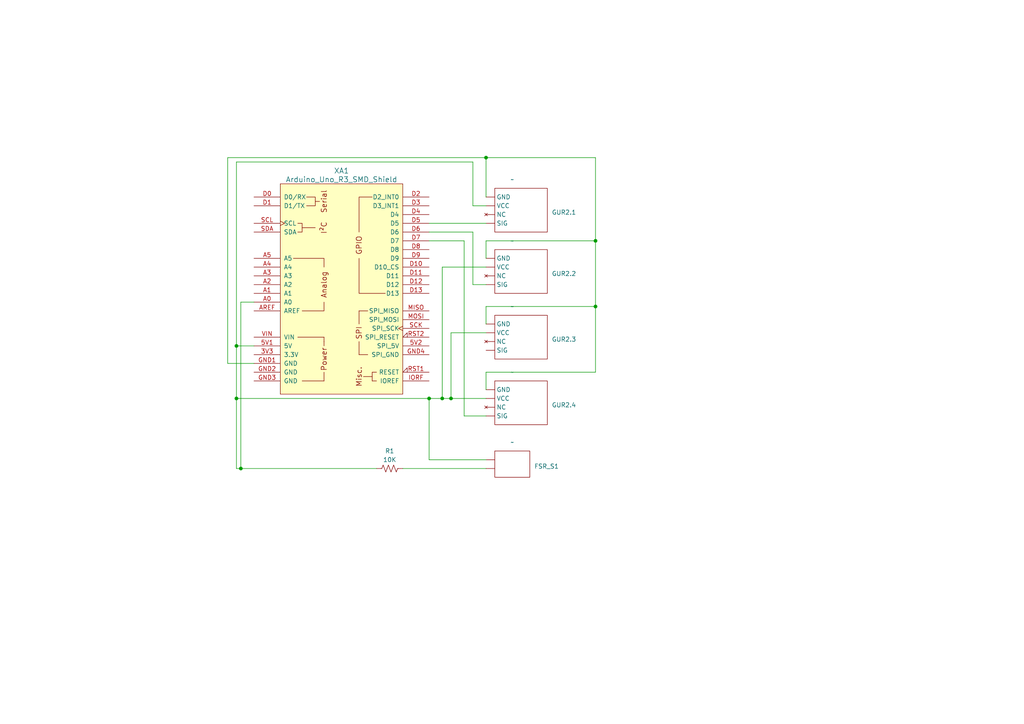
<source format=kicad_sch>
(kicad_sch (version 20230121) (generator eeschema)
  (paper "A4")
  (lib_symbols
    (symbol "ArduinoSensors:FSR_Square"
      (property "Reference" "FSR_S" (at 0 0 0))
      (symbol "FSR_Square_0_1"
        (rectangle (start -5.08 -2.54) (end 5.08 -10.16))
      )
      (symbol "FSR_Square_1_1"
        (pin free line (at -7.62 -7.62 0) (length 2.54) (name "") (number ""))
        (pin free line (at -7.62 -5.08 0) (length 2.54) (name "") (number ""))
      )
    )
    (symbol "ArduinoSensors:Grove_Ultrasonic_Ranger_V2.0"
      (property "Reference" "GUR2.0" (at 2.54 0 0))
      (symbol "Grove_Ultrasonic_Ranger_V2.0_0_1"
        (rectangle (start -5.08 -2.54) (end 10.16 -15.24))
      )
      (symbol "Grove_Ultrasonic_Ranger_V2.0_1_1"
        (pin free line (at -7.62 -5.08 0) (length 2.54) (name "GND") (number ""))
        (pin no_connect line (at -7.62 -10.16 0) (length 2.54) (name "NC") (number ""))
        (pin output line (at -7.62 -12.7 0) (length 2.54) (name "SIG") (number ""))
        (pin power_in line (at -7.62 -7.62 0) (length 2.54) (name "VCC") (number ""))
      )
    )
    (symbol "Device:R_US" (pin_numbers hide) (pin_names (offset 0))
      (property "Reference" "R" (at 2.54 0 90))
      (property "Value" "R_US" (at -2.54 0 90))
      (symbol "R_US_0_1"
        (polyline (pts (xy 0 -2.286) (xy 0 -2.54)))
        (polyline (pts (xy 0 2.286) (xy 0 2.54)))
        (polyline (pts (xy 0 -0.762) (xy 1.016 -1.143) (xy 0 -1.524) (xy -1.016 -1.905) (xy 0 -2.286)))
        (polyline (pts (xy 0 0.762) (xy 1.016 0.381) (xy 0 0) (xy -1.016 -0.381) (xy 0 -0.762)))
        (polyline (pts (xy 0 2.286) (xy 1.016 1.905) (xy 0 1.524) (xy -1.016 1.143) (xy 0 0.762)))
      )
      (symbol "R_US_1_1"
        (pin passive line (at 0 3.81 270) (length 1.27) (name "~") (number "1"))
        (pin passive line (at 0 -3.81 90) (length 1.27) (name "~") (number "2"))
      )
    )
    (symbol "PCM_arduino-library:Arduino_Uno_R3_SMD_Shield" (pin_names (offset 1.016))
      (property "Reference" "XA" (at 0 36.83 0))
      (property "Value" "Arduino_Uno_R3_SMD_Shield" (at 0 33.02 0))
      (symbol "Arduino_Uno_R3_SMD_Shield_0_0"
        (rectangle (start -17.78 30.48) (end 17.78 -30.48) (fill (type background)))
        (rectangle (start -12.7 -13.97) (end -5.08 -13.97))
        (rectangle (start -11.43 -26.67) (end -5.08 -26.67))
        (polyline (pts (xy -11.43 17.78) (xy -7.62 17.78)))
        (polyline (pts (xy -7.62 25.4) (xy -6.35 25.4)))
        (polyline (pts (xy -5.08 -26.67) (xy -5.08 -24.13)))
        (polyline (pts (xy -5.08 -15.24) (xy -5.08 -16.51)))
        (polyline (pts (xy -5.08 -13.97) (xy -5.08 -15.24)))
        (polyline (pts (xy -5.08 -3.81) (xy -5.08 -6.35) (xy -11.43 -6.35)))
        (polyline (pts (xy -5.08 6.35) (xy -5.08 8.89) (xy -13.97 8.89)))
        (polyline (pts (xy 5.08 8.89) (xy 5.08 -1.27) (xy 12.7 -1.27)))
        (polyline (pts (xy 5.08 16.51) (xy 5.08 26.67) (xy 8.89 26.67)))
        (polyline (pts (xy -12.7 19.05) (xy -11.43 19.05) (xy -11.43 16.51) (xy -12.7 16.51)))
        (polyline (pts (xy -10.16 26.67) (xy -7.62 26.67) (xy -7.62 24.13) (xy -10.16 24.13)))
        (rectangle (start 5.08 -19.05) (end 5.08 -15.24))
        (rectangle (start 5.08 -19.05) (end 7.62 -19.05))
        (rectangle (start 5.08 -10.16) (end 5.08 -6.35))
        (rectangle (start 7.62 -6.35) (end 5.08 -6.35))
        (rectangle (start 8.89 -25.4) (end 6.35 -25.4))
        (rectangle (start 8.89 -24.13) (end 8.89 -26.67))
        (rectangle (start 10.16 -26.67) (end 8.89 -26.67))
        (rectangle (start 10.16 -24.13) (end 8.89 -24.13))
        (text "Analog" (at -5.08 1.27 900) (effects (font (size 1.524 1.524))))
        (text "I²C" (at -5.08 17.78 900) (effects (font (size 1.524 1.524))))
        (text "Misc." (at 5.08 -25.4 900) (effects (font (size 1.524 1.524))))
        (text "Power" (at -5.08 -20.32 900) (effects (font (size 1.524 1.524))))
        (text "Serial" (at -5.08 25.4 900) (effects (font (size 1.524 1.524))))
        (text "SPI" (at 5.08 -12.7 900) (effects (font (size 1.524 1.524))))
      )
      (symbol "Arduino_Uno_R3_SMD_Shield_1_0"
        (text "GPIO" (at 5.08 12.7 900) (effects (font (size 1.524 1.524))))
      )
      (symbol "Arduino_Uno_R3_SMD_Shield_1_1"
        (pin power_out line (at -25.4 -19.05 0) (length 7.62) (name "3.3V") (number "3V3"))
        (pin power_in line (at -25.4 -16.51 0) (length 7.62) (name "5V") (number "5V1"))
        (pin power_in line (at 25.4 -16.51 180) (length 7.62) (name "SPI_5V") (number "5V2"))
        (pin bidirectional line (at -25.4 -3.81 0) (length 7.62) (name "A0") (number "A0"))
        (pin bidirectional line (at -25.4 -1.27 0) (length 7.62) (name "A1") (number "A1"))
        (pin bidirectional line (at -25.4 1.27 0) (length 7.62) (name "A2") (number "A2"))
        (pin bidirectional line (at -25.4 3.81 0) (length 7.62) (name "A3") (number "A3"))
        (pin bidirectional line (at -25.4 6.35 0) (length 7.62) (name "A4") (number "A4"))
        (pin bidirectional line (at -25.4 8.89 0) (length 7.62) (name "A5") (number "A5"))
        (pin input line (at -25.4 -6.35 0) (length 7.62) (name "AREF") (number "AREF"))
        (pin bidirectional line (at -25.4 26.67 0) (length 7.62) (name "D0/RX") (number "D0"))
        (pin bidirectional line (at -25.4 24.13 0) (length 7.62) (name "D1/TX") (number "D1"))
        (pin bidirectional line (at 25.4 6.35 180) (length 7.62) (name "D10_CS") (number "D10"))
        (pin bidirectional line (at 25.4 3.81 180) (length 7.62) (name "D11") (number "D11"))
        (pin bidirectional line (at 25.4 1.27 180) (length 7.62) (name "D12") (number "D12"))
        (pin bidirectional line (at 25.4 -1.27 180) (length 7.62) (name "D13") (number "D13"))
        (pin bidirectional line (at 25.4 26.67 180) (length 7.62) (name "D2_INT0") (number "D2"))
        (pin bidirectional line (at 25.4 24.13 180) (length 7.62) (name "D3_INT1") (number "D3"))
        (pin bidirectional line (at 25.4 21.59 180) (length 7.62) (name "D4") (number "D4"))
        (pin bidirectional line (at 25.4 19.05 180) (length 7.62) (name "D5") (number "D5"))
        (pin bidirectional line (at 25.4 16.51 180) (length 7.62) (name "D6") (number "D6"))
        (pin bidirectional line (at 25.4 13.97 180) (length 7.62) (name "D7") (number "D7"))
        (pin bidirectional line (at 25.4 11.43 180) (length 7.62) (name "D8") (number "D8"))
        (pin bidirectional line (at 25.4 8.89 180) (length 7.62) (name "D9") (number "D9"))
        (pin power_in line (at -25.4 -21.59 0) (length 7.62) (name "GND") (number "GND1"))
        (pin power_in line (at -25.4 -24.13 0) (length 7.62) (name "GND") (number "GND2"))
        (pin power_in line (at -25.4 -26.67 0) (length 7.62) (name "GND") (number "GND3"))
        (pin power_in line (at 25.4 -19.05 180) (length 7.62) (name "SPI_GND") (number "GND4"))
        (pin output line (at 25.4 -26.67 180) (length 7.62) (name "IOREF") (number "IORF"))
        (pin input line (at 25.4 -6.35 180) (length 7.62) (name "SPI_MISO") (number "MISO"))
        (pin output line (at 25.4 -8.89 180) (length 7.62) (name "SPI_MOSI") (number "MOSI"))
        (pin open_collector input_low (at 25.4 -24.13 180) (length 7.62) (name "RESET") (number "RST1"))
        (pin open_collector input_low (at 25.4 -13.97 180) (length 7.62) (name "SPI_RESET") (number "RST2"))
        (pin output clock (at 25.4 -11.43 180) (length 7.62) (name "SPI_SCK") (number "SCK"))
        (pin bidirectional clock (at -25.4 19.05 0) (length 7.62) (name "SCL") (number "SCL"))
        (pin bidirectional line (at -25.4 16.51 0) (length 7.62) (name "SDA") (number "SDA"))
        (pin power_in line (at -25.4 -13.97 0) (length 7.62) (name "VIN") (number "VIN"))
      )
    )
  )
  (junction (at 128.27 115.57))
  (junction (at 130.81 115.57))
  (junction (at 124.46 115.57))
  (junction (at 68.58 100.33))
  (junction (at 69.85 135.89))
  (junction (at 172.72 88.9))
  (junction (at 172.72 69.85))
  (junction (at 140.97 45.72))
  (junction (at 68.58 115.57))
  (wire (pts (xy 124.46 69.85) (xy 134.62 69.85)))
  (wire (pts (xy 172.72 69.85) (xy 172.72 88.9)))
  (wire (pts (xy 130.81 96.52) (xy 130.81 115.57)))
  (wire (pts (xy 68.58 135.89) (xy 68.58 115.57)))
  (wire (pts (xy 73.66 105.41) (xy 66.04 105.41)))
  (wire (pts (xy 68.58 115.57) (xy 124.46 115.57)))
  (wire (pts (xy 172.72 88.9) (xy 172.72 107.95)))
  (wire (pts (xy 137.16 59.69) (xy 140.97 59.69)))
  (wire (pts (xy 134.62 69.85) (xy 134.62 120.65)))
  (wire (pts (xy 140.97 77.47) (xy 128.27 77.47)))
  (wire (pts (xy 172.72 45.72) (xy 140.97 45.72)))
  (wire (pts (xy 68.58 100.33) (xy 68.58 46.99)))
  (wire (pts (xy 140.97 64.77) (xy 124.46 64.77)))
  (wire (pts (xy 140.97 113.03) (xy 140.97 107.95)))
  (wire (pts (xy 124.46 115.57) (xy 124.46 133.35)))
  (wire (pts (xy 68.58 100.33) (xy 73.66 100.33)))
  (wire (pts (xy 66.04 45.72) (xy 140.97 45.72)))
  (wire (pts (xy 124.46 115.57) (xy 128.27 115.57)))
  (wire (pts (xy 128.27 77.47) (xy 128.27 115.57)))
  (wire (pts (xy 140.97 96.52) (xy 130.81 96.52)))
  (wire (pts (xy 137.16 82.55) (xy 140.97 82.55)))
  (wire (pts (xy 140.97 107.95) (xy 172.72 107.95)))
  (wire (pts (xy 140.97 93.98) (xy 140.97 88.9)))
  (wire (pts (xy 116.84 135.89) (xy 140.97 135.89)))
  (wire (pts (xy 69.85 135.89) (xy 68.58 135.89)))
  (wire (pts (xy 140.97 69.85) (xy 172.72 69.85)))
  (wire (pts (xy 140.97 133.35) (xy 124.46 133.35)))
  (wire (pts (xy 137.16 67.31) (xy 137.16 82.55)))
  (wire (pts (xy 109.22 135.89) (xy 69.85 135.89)))
  (wire (pts (xy 134.62 120.65) (xy 140.97 120.65)))
  (wire (pts (xy 73.66 87.63) (xy 69.85 87.63)))
  (wire (pts (xy 66.04 105.41) (xy 66.04 45.72)))
  (wire (pts (xy 128.27 115.57) (xy 130.81 115.57)))
  (wire (pts (xy 137.16 46.99) (xy 137.16 59.69)))
  (wire (pts (xy 69.85 87.63) (xy 69.85 135.89)))
  (wire (pts (xy 172.72 69.85) (xy 172.72 45.72)))
  (wire (pts (xy 68.58 100.33) (xy 68.58 115.57)))
  (wire (pts (xy 68.58 46.99) (xy 137.16 46.99)))
  (wire (pts (xy 130.81 115.57) (xy 140.97 115.57)))
  (wire (pts (xy 124.46 67.31) (xy 137.16 67.31)))
  (wire (pts (xy 140.97 74.93) (xy 140.97 69.85)))
  (wire (pts (xy 140.97 45.72) (xy 140.97 57.15)))
  (wire (pts (xy 140.97 88.9) (xy 172.72 88.9)))
  (symbol (lib_id "ArduinoSensors:Grove_Ultrasonic_Ranger_V2.0") (at 148.59 88.9 0) (unit 1)
    (property "Reference" "GUR2.3" (at 160.02 98.425 0) (effects (justify left)))
    (property "Value" "~" (at 148.59 88.9 0))
  )
  (symbol (lib_id "ArduinoSensors:Grove_Ultrasonic_Ranger_V2.0") (at 148.59 52.07 0) (unit 1)
    (property "Reference" "GUR2.1" (at 160.02 61.595 0) (effects (justify left)))
    (property "Value" "~" (at 148.59 52.07 0))
  )
  (symbol (lib_id "Device:R_US") (at 113.03 135.89 90) (unit 1)
    (property "Reference" "R1" (at 113.03 130.81 90))
    (property "Value" "10K" (at 113.03 133.35 90))
  )
  (symbol (lib_id "PCM_arduino-library:Arduino_Uno_R3_SMD_Shield") (at 99.06 83.82 0) (unit 1)
    (property "Reference" "XA1" (at 99.06 49.53 0) (effects (font (size 1.524 1.524))))
    (property "Value" "Arduino_Uno_R3_SMD_Shield" (at 99.06 52.07 0) (effects (font (size 1.524 1.524))))
    (property "Footprint" "PCM_arduino-library:Arduino_Uno_R3_Shield" (effects hide))
    (property "Datasheet" "https://docs.arduino.cc/hardware/uno-rev3-smd" (effects hide))
  )
  (symbol (lib_id "ArduinoSensors:FSR_Square") (at 148.59 128.27 0) (unit 1)
    (property "Reference" "FSR_S1" (at 154.94 135.255 0) (effects (justify left)))
    (property "Value" "~" (at 148.59 128.27 0))
  )
  (symbol (lib_id "ArduinoSensors:Grove_Ultrasonic_Ranger_V2.0") (at 148.59 69.85 0) (unit 1)
    (property "Reference" "GUR2.2" (at 160.02 79.375 0) (effects (justify left)))
    (property "Value" "~" (at 148.59 69.85 0))
  )
  (symbol (lib_id "ArduinoSensors:Grove_Ultrasonic_Ranger_V2.0") (at 148.59 107.95 0) (unit 1)
    (property "Reference" "GUR2.4" (at 160.02 117.475 0) (effects (justify left)))
    (property "Value" "~" (at 148.59 107.95 0))
  )
)
</source>
